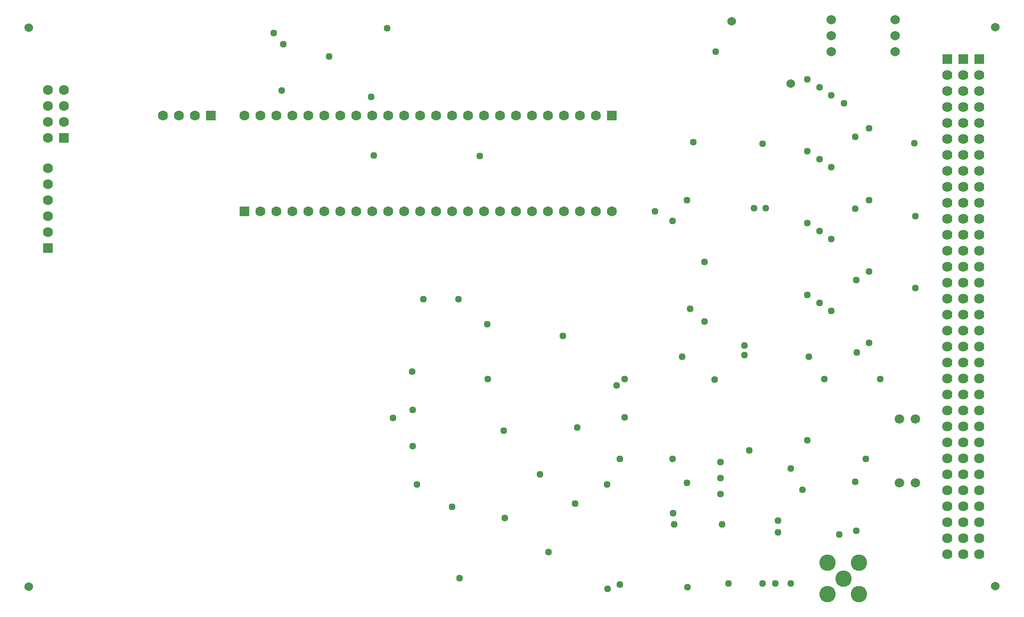
<source format=gbs>
G04 Layer_Color=16711935*
%FSLAX25Y25*%
%MOIN*%
G70*
G01*
G75*
%ADD94R,0.06305X0.06305*%
%ADD95C,0.06305*%
%ADD96C,0.05912*%
%ADD97C,0.10243*%
%ADD98R,0.06305X0.06305*%
%ADD99C,0.05400*%
%ADD100C,0.06400*%
%ADD101R,0.06400X0.06400*%
%ADD102C,0.04400*%
D94*
X34000Y301000D02*
D03*
X24000Y232000D02*
D03*
D95*
Y301000D02*
D03*
X34000Y311000D02*
D03*
X24000D02*
D03*
X34000Y321000D02*
D03*
X24000D02*
D03*
X34000Y331000D02*
D03*
X24000D02*
D03*
Y242000D02*
D03*
Y252000D02*
D03*
Y262000D02*
D03*
Y272000D02*
D03*
Y282000D02*
D03*
X377000Y255000D02*
D03*
X367000D02*
D03*
X357000D02*
D03*
X347000D02*
D03*
X337000D02*
D03*
X327000D02*
D03*
X317000D02*
D03*
X307000D02*
D03*
X297000D02*
D03*
X287000D02*
D03*
X277000D02*
D03*
X267000D02*
D03*
X257000D02*
D03*
X247000D02*
D03*
X237000D02*
D03*
X227000D02*
D03*
X217000D02*
D03*
X207000D02*
D03*
X197000D02*
D03*
X187000D02*
D03*
X177000D02*
D03*
X167000D02*
D03*
X157000D02*
D03*
X147000Y315000D02*
D03*
X157000D02*
D03*
X167000D02*
D03*
X177000D02*
D03*
X187000D02*
D03*
X197000D02*
D03*
X207000D02*
D03*
X217000D02*
D03*
X227000D02*
D03*
X237000D02*
D03*
X247000D02*
D03*
X257000D02*
D03*
X267000D02*
D03*
X277000D02*
D03*
X287000D02*
D03*
X297000D02*
D03*
X307000D02*
D03*
X317000D02*
D03*
X327000D02*
D03*
X337000D02*
D03*
X347000D02*
D03*
X357000D02*
D03*
X367000D02*
D03*
X96000D02*
D03*
X106000D02*
D03*
X116000D02*
D03*
D96*
X554500Y355000D02*
D03*
X514500D02*
D03*
X554500Y365000D02*
D03*
X514500D02*
D03*
X554500Y375000D02*
D03*
X514500D02*
D03*
X557000Y85000D02*
D03*
Y125000D02*
D03*
X567000Y85000D02*
D03*
Y125000D02*
D03*
D97*
X522000Y25000D02*
D03*
X512157Y15157D02*
D03*
X531843D02*
D03*
Y34843D02*
D03*
X512157D02*
D03*
D98*
X147000Y255000D02*
D03*
X377000Y315000D02*
D03*
X126000D02*
D03*
D99*
X617000Y20200D02*
D03*
Y370200D02*
D03*
X12000Y370000D02*
D03*
Y20000D02*
D03*
X452000Y374000D02*
D03*
X489000Y335000D02*
D03*
D100*
X607000Y340200D02*
D03*
Y330200D02*
D03*
Y320200D02*
D03*
Y310200D02*
D03*
Y300200D02*
D03*
Y290200D02*
D03*
Y280200D02*
D03*
Y270200D02*
D03*
Y260200D02*
D03*
Y250200D02*
D03*
Y240200D02*
D03*
Y230200D02*
D03*
Y220200D02*
D03*
Y210200D02*
D03*
Y200200D02*
D03*
Y190200D02*
D03*
Y180200D02*
D03*
Y170200D02*
D03*
Y160200D02*
D03*
Y150200D02*
D03*
Y140200D02*
D03*
Y130200D02*
D03*
Y120200D02*
D03*
Y110200D02*
D03*
Y100200D02*
D03*
Y90200D02*
D03*
Y80200D02*
D03*
Y70200D02*
D03*
Y60200D02*
D03*
Y50200D02*
D03*
Y40200D02*
D03*
X597000D02*
D03*
X587000D02*
D03*
X597000Y50200D02*
D03*
X587000D02*
D03*
X597000Y60200D02*
D03*
X587000D02*
D03*
X597000Y70200D02*
D03*
X587000D02*
D03*
X597000Y80200D02*
D03*
Y90200D02*
D03*
Y100200D02*
D03*
X587000D02*
D03*
Y90200D02*
D03*
Y80200D02*
D03*
X597000Y340200D02*
D03*
Y330200D02*
D03*
X587000Y340200D02*
D03*
Y330200D02*
D03*
X597000Y320200D02*
D03*
Y310200D02*
D03*
Y300200D02*
D03*
Y290200D02*
D03*
X587000Y320200D02*
D03*
Y310200D02*
D03*
Y300200D02*
D03*
Y290200D02*
D03*
Y280200D02*
D03*
Y270200D02*
D03*
Y260200D02*
D03*
Y250200D02*
D03*
X597000Y280200D02*
D03*
Y270200D02*
D03*
Y260200D02*
D03*
Y250200D02*
D03*
Y240200D02*
D03*
Y230200D02*
D03*
Y220200D02*
D03*
Y210200D02*
D03*
Y200200D02*
D03*
X587000Y240200D02*
D03*
Y230200D02*
D03*
Y220200D02*
D03*
Y210200D02*
D03*
Y200200D02*
D03*
Y190200D02*
D03*
Y180200D02*
D03*
Y170200D02*
D03*
Y160200D02*
D03*
Y150200D02*
D03*
X597000Y190200D02*
D03*
Y180200D02*
D03*
Y170200D02*
D03*
Y160200D02*
D03*
Y150200D02*
D03*
X587000Y140200D02*
D03*
Y130200D02*
D03*
Y120200D02*
D03*
Y110200D02*
D03*
X597000Y140200D02*
D03*
Y130200D02*
D03*
Y120200D02*
D03*
Y110200D02*
D03*
D101*
Y350200D02*
D03*
X607000D02*
D03*
X587000D02*
D03*
D102*
X545000Y150000D02*
D03*
X500500Y164000D02*
D03*
X471500Y22000D02*
D03*
X479500D02*
D03*
X346500Y177000D02*
D03*
X259000Y200000D02*
D03*
X252429Y130571D02*
D03*
X252000Y154500D02*
D03*
X252500Y108000D02*
D03*
X240071Y125571D02*
D03*
X294500Y289500D02*
D03*
X228000Y290000D02*
D03*
X165504Y366504D02*
D03*
X171496Y359496D02*
D03*
X428008Y298008D02*
D03*
X280996Y200000D02*
D03*
X299500Y150000D02*
D03*
X442158Y354842D02*
D03*
X460000Y165000D02*
D03*
Y171000D02*
D03*
X445000Y78000D02*
D03*
Y98000D02*
D03*
X310055Y62945D02*
D03*
X536000Y100000D02*
D03*
X519500Y52500D02*
D03*
X481004Y53996D02*
D03*
X416004Y58996D02*
D03*
X489000Y22000D02*
D03*
X510000Y150000D02*
D03*
X489000Y94000D02*
D03*
X496496Y80496D02*
D03*
X499500Y111500D02*
D03*
X281835Y25165D02*
D03*
X382004Y21004D02*
D03*
X424000Y262000D02*
D03*
X415000Y249000D02*
D03*
X404000Y255000D02*
D03*
X380000Y146000D02*
D03*
X473504Y257000D02*
D03*
X466000D02*
D03*
X255000Y84000D02*
D03*
X374000D02*
D03*
X424000Y85000D02*
D03*
X277008Y70000D02*
D03*
X354000Y72000D02*
D03*
X332000Y90158D02*
D03*
X435110Y185890D02*
D03*
X298890Y184110D02*
D03*
X426000Y194000D02*
D03*
X434945Y223055D02*
D03*
X567000Y252000D02*
D03*
X566500Y297500D02*
D03*
X522500Y322500D02*
D03*
X567000Y207000D02*
D03*
X538000Y217250D02*
D03*
Y262000D02*
D03*
Y307000D02*
D03*
Y172500D02*
D03*
X514500Y237500D02*
D03*
X471320Y297321D02*
D03*
X463102Y105102D02*
D03*
X529500Y85500D02*
D03*
X421000Y164000D02*
D03*
X441390Y149390D02*
D03*
X415000Y100000D02*
D03*
X385000Y126000D02*
D03*
Y150000D02*
D03*
X445996Y58996D02*
D03*
X415500Y66000D02*
D03*
X309500Y117500D02*
D03*
X355504Y119504D02*
D03*
X382000Y100000D02*
D03*
X337496Y41496D02*
D03*
X374500Y18500D02*
D03*
X424500Y19500D02*
D03*
X450000Y22000D02*
D03*
X481004Y61004D02*
D03*
X530000Y55000D02*
D03*
X530496Y166496D02*
D03*
X530000Y212000D02*
D03*
X529504Y256496D02*
D03*
X529496Y301496D02*
D03*
X514500Y327500D02*
D03*
Y192500D02*
D03*
Y282500D02*
D03*
X507000Y332500D02*
D03*
Y197500D02*
D03*
Y242500D02*
D03*
Y287500D02*
D03*
X499500Y337500D02*
D03*
Y202500D02*
D03*
Y292500D02*
D03*
Y247500D02*
D03*
X170504Y330496D02*
D03*
X236504Y369504D02*
D03*
X200000Y352000D02*
D03*
X226504Y326496D02*
D03*
X445000Y88000D02*
D03*
M02*

</source>
